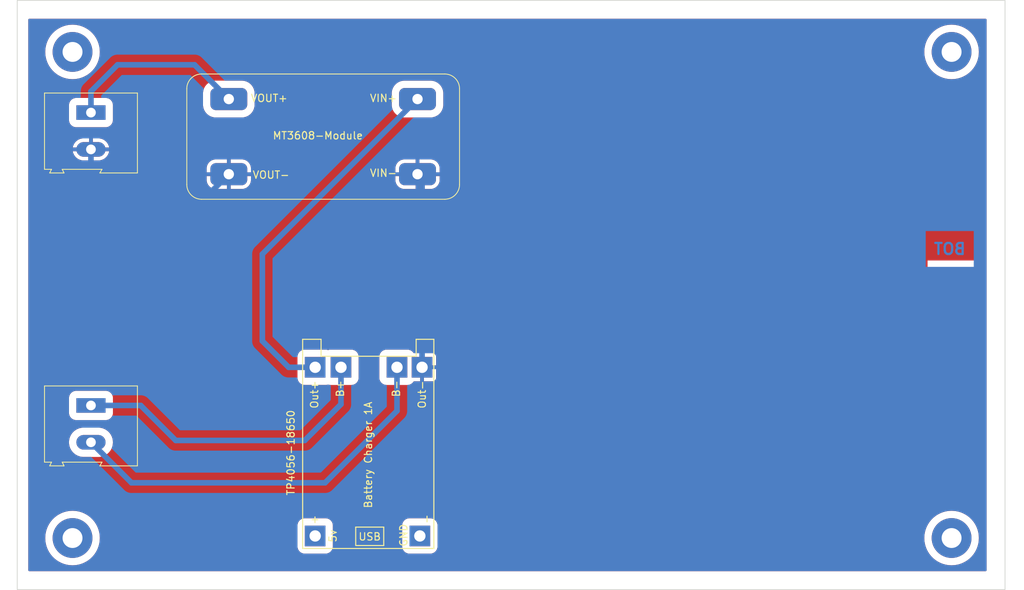
<source format=kicad_pcb>
(kicad_pcb (version 20211014) (generator pcbnew)
  (title_block (title "Subprojeto Sistema Gerenciador de Energia") (date "2022-10-25") (rev "0"))
  (layers (0 "F.Cu" signal) (31 "B.Cu" signal) (34 "B.Paste" user) (35 "F.Paste" user) (36 "B.SilkS" user "B.Silkscreen") (37 "F.SilkS" user "F.Silkscreen") (38 "B.Mask" user) (39 "F.Mask" user) (44 "Edge.Cuts" user))
  (net 0 "")
  (net 1 "GND")
  (footprint "MT3608:MT3608-Module" (layer "F.Cu") (at 134 107)
    (fp_text reference "REF**")
    (fp_text value "MT3608-Module" (at 17.78 -8.636 unlocked) (layer "F.SilkS"))
    (fp_text user "VIN+" (at 26.67 -13.716 unlocked) (layer "F.SilkS"))
    (fp_text user "VOUT-" (at 11.43 -3.302 unlocked) (layer "F.SilkS"))
    (fp_text user "VIN-" (at 26.67 -3.556 unlocked) (layer "F.SilkS"))
    (fp_text user "VOUT+" (at 11.176 -13.716 unlocked) (layer "F.SilkS"))
    (fp_line (start 37 -2) (end 37 -15) (layer "F.SilkS") (width 0.12))
    (fp_line (start 35 -17) (end 2 -17) (layer "F.SilkS") (width 0.12))
    (fp_line (start 2 0) (end 35 0) (layer "F.SilkS") (width 0.12))
    (fp_line (start 0 -15) (end 0 -2) (layer "F.SilkS") (width 0.12))
    (fp_arc (start 0 -15) (mid 0.585786 -16.414214) (end 2 -17) (layer "F.SilkS") (width 0.12))
    (fp_arc (start 35 -17) (mid 36.414214 -16.414214) (end 37 -15) (layer "F.SilkS") (width 0.12))
    (fp_arc (start 37 -2) (mid 36.414214 -0.585786) (end 35 0) (layer "F.SilkS") (width 0.12))
    (fp_arc (start 2 0) (mid 0.585786 -0.585786) (end 0 -2) (layer "F.SilkS") (width 0.12))
    (pad "1" thru_hole roundrect (at 31.3 -13.6) (size 5 3) (drill 1.4) (layers *.Cu *.Mask))
    (pad "2" thru_hole roundrect (at 31.3 -3.4) (size 5 3) (drill 1.4) (layers *.Cu *.Mask) (net 1 "GND"))
    (pad "3" thru_hole roundrect (at 5.7 -13.6) (size 5 3) (drill 1.4) (layers *.Cu *.Mask))
    (pad "4" thru_hole roundrect (at 5.7 -3.4) (size 5 3) (drill 1.4) (layers *.Cu *.Mask) (net 1 "GND"))
  )
  (footprint "TerminalBlock:TerminalBlock_Altech_AK300-2_P5.00mm" (layer "F.Cu") (at 121 135 -90)
    (fp_text reference "REF**")
    (fp_text value "TerminalBlock_Altech_AK300-2_P5.00mm")
    (fp_line (start 8.2 5.6) (end 8.2 3.7) (layer "F.SilkS") (width 0.12))
    (fp_line (start -2.65 -6.3) (end -2.65 6.3) (layer "F.SilkS") (width 0.12))
    (fp_line (start 7.7 3.9) (end 7.7 -1.5) (layer "F.SilkS") (width 0.12))
    (fp_line (start 7.7 5.35) (end 8.2 5.6) (layer "F.SilkS") (width 0.12))
    (fp_line (start -2.65 6.3) (end 7.7 6.3) (layer "F.SilkS") (width 0.12))
    (fp_line (start 7.7 -1.5) (end 8.2 -1.2) (layer "F.SilkS") (width 0.12))
    (fp_line (start 8.2 3.65) (end 7.7 3.9) (layer "F.SilkS") (width 0.12))
    (fp_line (start 8.2 -6.3) (end -2.65 -6.3) (layer "F.SilkS") (width 0.12))
    (fp_line (start 8.2 3.7) (end 8.2 3.65) (layer "F.SilkS") (width 0.12))
    (fp_line (start 8.2 -1.2) (end 8.2 -6.3) (layer "F.SilkS") (width 0.12))
    (fp_line (start 7.7 6.3) (end 7.7 5.35) (layer "F.SilkS") (width 0.12))
    (pad "1" thru_hole rect (at 0 0 270) (size 1.98 3.96) (drill 1.32) (layers *.Cu *.Mask))
    (pad "2" thru_hole oval (at 5 0 270) (size 1.98 3.96) (drill 1.32) (layers *.Cu *.Mask))
  )
  (footprint "TP4056:TP4056-18650" (layer "F.Cu") (at 149.7155 154.4175 90)
    (fp_text reference "USB_CHRG**")
    (fp_text value "TP4056-18650" (at 13 -1.6 90) (layer "F.SilkS"))
    (fp_text user "GND" (at 1.8 13.7 90) (layer "F.SilkS"))
    (fp_text user "-" (at 4 16.8 90) (layer "F.SilkS"))
    (fp_text user "B+" (at 21.7 5.1 90) (layer "F.SilkS"))
    (fp_text user "Out-" (at 20.9 16.2 90) (layer "F.SilkS"))
    (fp_text user "+" (at 3.9 1.6 90) (layer "F.SilkS"))
    (fp_text user "Battery Charger 1A" (at 12.7 8.9 90) (layer "F.SilkS"))
    (fp_text user "B-" (at 21.7 12.7 90) (layer "F.SilkS"))
    (fp_text user "5v" (at 1.7 4.1 90) (layer "F.SilkS"))
    (fp_text user "USB" (at 1.6 9.1) (layer "F.SilkS"))
    (fp_text user "Out+" (at 20.9 1.6 90) (layer "F.SilkS"))
    (fp_line (start 28.4 2.5) (end 26.1 2.5) (layer "F.SilkS") (width 0.15))
    (fp_line (start 2.9 7.2) (end 2.9 11) (layer "F.SilkS") (width 0.15))
    (fp_line (start 26.1 15.4) (end 26.4 15.4) (layer "F.SilkS") (width 0.15))
    (fp_line (start 28.4 0) (end 28.4 2.5) (layer "F.SilkS") (width 0.15))
    (fp_line (start 26.1 2.5) (end 26.1 15.4) (layer "F.SilkS") (width 0.15))
    (fp_line (start 0.4 7.2) (end 2.9 7.2) (layer "F.SilkS") (width 0.15))
    (fp_line (start 0 17.8) (end 0 0) (layer "F.SilkS") (width 0.15))
    (fp_line (start 28.4 17.8) (end 0 17.8) (layer "F.SilkS") (width 0.15))
    (fp_line (start 26.3 0) (end 28.4 0) (layer "F.SilkS") (width 0.15))
    (fp_line (start 2.9 11) (end 0.4 11) (layer "F.SilkS") (width 0.15))
    (fp_line (start 28.4 15.4) (end 28.4 15.7) (layer "F.SilkS") (width 0.15))
    (fp_line (start 26.3 15.4) (end 28.4 15.4) (layer "F.SilkS") (width 0.15))
    (fp_line (start 0 0) (end 26.3 0) (layer "F.SilkS") (width 0.15))
    (fp_line (start 28.4 15.7) (end 28.4 17.8) (layer "F.SilkS") (width 0.15))
    (fp_line (start 0.4 11) (end 0.4 7.3) (layer "F.SilkS") (width 0.15))
    (pad "1" thru_hole rect (at 1.7 1.7 90) (size 2.8 2.8) (drill 1.54) (layers *.Cu *.Mask))
    (pad "2" thru_hole rect (at 1.7 15.9 90) (size 2.8 2.8) (drill 1.54) (layers *.Cu *.Mask))
    (pad "3" thru_hole rect (at 24.6 1.7 90) (size 2.8 2.8) (drill 1.54) (layers *.Cu *.Mask))
    (pad "4" thru_hole rect (at 24.6 16.2 90) (size 2.8 2.8) (drill 1.54) (layers *.Cu *.Mask) (net 1 "GND"))
    (pad "5" thru_hole rect (at 24.6 5.2 90) (size 2.8 2.8) (drill 1.54) (layers *.Cu *.Mask))
    (pad "6" thru_hole rect (at 24.6 12.8 90) (size 2.8 2.8) (drill 1.54) (layers *.Cu *.Mask))
  )
  (footprint "MountingHole:MountingHole_2.7mm_Pad" (layer "F.Cu") (at 237.75 87)
    (fp_text reference "REF**" hide)
    (fp_text value "MountingHole_2.7mm_Pad")
    (pad "1" thru_hole circle (at 0 0) (size 5.4 5.4) (drill 2.7) (layers *.Cu *.Mask))
  )
  (footprint "MountingHole:MountingHole_2.7mm_Pad" (layer "F.Cu") (at 118.5 153)
    (fp_text reference "REF**" hide)
    (fp_text value "MountingHole_2.7mm_Pad")
    (pad "1" thru_hole circle (at 0 0) (size 5.4 5.4) (drill 2.7) (layers *.Cu *.Mask))
  )
  (footprint "MountingHole:MountingHole_2.7mm_Pad" (layer "F.Cu") (at 237.75 153)
    (fp_text reference "REF**" hide)
    (fp_text value "MountingHole_2.7mm_Pad")
    (pad "1" thru_hole circle (at 0 0) (size 5.4 5.4) (drill 2.7) (layers *.Cu *.Mask))
  )
  (footprint "TerminalBlock:TerminalBlock_Altech_AK300-2_P5.00mm" (layer "F.Cu") (at 121 95.235 -90)
    (fp_text reference "REF**")
    (fp_text value "TerminalBlock_Altech_AK300-2_P5.00mm")
    (fp_line (start 7.7 3.9) (end 7.7 -1.5) (layer "F.SilkS") (width 0.12))
    (fp_line (start 8.2 -1.2) (end 8.2 -6.3) (layer "F.SilkS") (width 0.12))
    (fp_line (start 8.2 5.6) (end 8.2 3.7) (layer "F.SilkS") (width 0.12))
    (fp_line (start 7.7 -1.5) (end 8.2 -1.2) (layer "F.SilkS") (width 0.12))
    (fp_line (start 7.7 6.3) (end 7.7 5.35) (layer "F.SilkS") (width 0.12))
    (fp_line (start 8.2 3.7) (end 8.2 3.65) (layer "F.SilkS") (width 0.12))
    (fp_line (start -2.65 6.3) (end 7.7 6.3) (layer "F.SilkS") (width 0.12))
    (fp_line (start 8.2 -6.3) (end -2.65 -6.3) (layer "F.SilkS") (width 0.12))
    (fp_line (start 7.7 5.35) (end 8.2 5.6) (layer "F.SilkS") (width 0.12))
    (fp_line (start -2.65 -6.3) (end -2.65 6.3) (layer "F.SilkS") (width 0.12))
    (fp_line (start 8.2 3.65) (end 7.7 3.9) (layer "F.SilkS") (width 0.12))
    (pad "1" thru_hole rect (at 0 0 270) (size 1.98 3.96) (drill 1.32) (layers *.Cu *.Mask))
    (pad "2" thru_hole oval (at 5 0 270) (size 1.98 3.96) (drill 1.32) (layers *.Cu *.Mask) (net 1 "GND"))
  )
  (footprint "MountingHole:MountingHole_2.7mm_Pad" (layer "F.Cu") (at 118.5 87)
    (fp_text reference "REF**" hide)
    (fp_text value "MountingHole_2.7mm_Pad")
    (pad "1" thru_hole circle (at 0 0) (size 5.4 5.4) (drill 2.7) (layers *.Cu *.Mask))
  )
  (gr_rect (start 111 80) (end 245 160) (layer "Edge.Cuts") (width 0.1) (fill none))
  (gr_text "TOP" (at 237.75 117.75) (layer "F.Cu") (effects (font (size 1.5 1.5) (thickness 0.3))))
  (gr_text "BOT" (at 237.5 113.75) (layer "B.Cu") (effects (font (size 1.5 1.5) (thickness 0.3)) (justify mirror)))
  (segment (start 135.05 88.75) (end 139.7 93.4) (width 0.76) (layer "B.Cu") (net 0))
  (segment (start 121 140) (end 126.5 145.5) (width 0.76) (layer "B.Cu") (net 0))
  (segment (start 154.9155 129.8175) (end 154.9155 134.8345) (width 0.76) (layer "B.Cu") (net 0))
  (segment (start 132.5 139.75) (end 127.75 135) (width 0.76) (layer "B.Cu") (net 0))
  (segment (start 162.5155 135.7345) (end 162.5155 129.8175) (width 0.76) (layer "B.Cu") (net 0))
  (segment (start 144.25 114.45) (end 165.3 93.4) (width 0.76) (layer "B.Cu") (net 0))
  (segment (start 144.25 126.25) (end 144.25 114.45) (width 0.76) (layer "B.Cu") (net 0))
  (segment (start 151.4155 129.8175) (end 147.8175 129.8175) (width 0.76) (layer "B.Cu") (net 0))
  (segment (start 150 139.75) (end 132.5 139.75) (width 0.76) (layer "B.Cu") (net 0))
  (segment (start 126.5 145.5) (end 152.75 145.5) (width 0.76) (layer "B.Cu") (net 0))
  (segment (start 147.8175 129.8175) (end 144.25 126.25) (width 0.76) (layer "B.Cu") (net 0))
  (segment (start 124.61 88.75) (end 135.05 88.75) (width 0.76) (layer "B.Cu") (net 0))
  (segment (start 121 92.36) (end 124.61 88.75) (width 0.76) (layer "B.Cu") (net 0))
  (segment (start 154.9155 134.8345) (end 150 139.75) (width 0.76) (layer "B.Cu") (net 0))
  (segment (start 121 95.235) (end 121 92.36) (width 0.76) (layer "B.Cu") (net 0))
  (segment (start 152.75 145.5) (end 162.5155 135.7345) (width 0.76) (layer "B.Cu") (net 0))
  (segment (start 127.75 135) (end 121 135) (width 0.76) (layer "B.Cu") (net 0))
  (segment (start 165.9155 104.2155) (end 165.3 103.6) (width 0.76) (layer "F.Cu") (net 1))
  (segment (start 125.25 107.75) (end 135.55 107.75) (width 0.76) (layer "B.Cu") (net 1))
  (segment (start 135.55 107.75) (end 139.7 103.6) (width 0.76) (layer "B.Cu") (net 1))
  (segment (start 165.9155 129.8175) (end 165.9155 104.2155) (width 0.76) (layer "B.Cu") (net 1))
  (segment (start 121 100.235) (end 121 103.5) (width 0.76) (layer "B.Cu") (net 1))
  (segment (start 121 103.5) (end 125.25 107.75) (width 0.76) (layer "B.Cu") (net 1))
  (zone (net 1) (net_name "GND") (layer "F.Cu") (connect_pads (clearance 0.508)) (min_thickness 0.254) (fill yes (thermal_gap 0.508) (thermal_bridge_width 0.508))
    (polygon (pts (xy 242.5 157.5) (xy 112.5 157.5) (xy 112.5 82.5) (xy 242.5 82.5)))
  )
  (zone (net 1) (net_name "GND") (layer "B.Cu") (connect_pads (clearance 0.508)) (min_thickness 0.254) (fill yes (thermal_gap 0.508) (thermal_bridge_width 0.508))
    (polygon (pts (xy 242.5 157.5) (xy 112.5 157.5) (xy 112.5 82.5) (xy 242.5 82.5)))
  )
)
</source>
